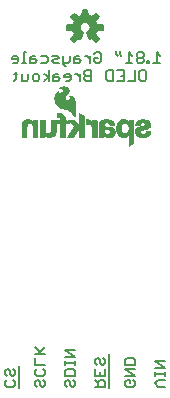
<source format=gbo>
G75*
%MOIN*%
%OFA0B0*%
%FSLAX25Y25*%
%IPPOS*%
%LPD*%
%AMOC8*
5,1,8,0,0,1.08239X$1,22.5*
%
%ADD10C,0.00600*%
%ADD11C,0.00300*%
%ADD12C,0.00591*%
D10*
X0176633Y0060867D02*
X0176633Y0062001D01*
X0177200Y0062569D01*
X0177200Y0063983D02*
X0176633Y0064550D01*
X0176633Y0065685D01*
X0177200Y0066252D01*
X0177768Y0066252D01*
X0178335Y0065685D01*
X0178335Y0064550D01*
X0178902Y0063983D01*
X0179469Y0063983D01*
X0180036Y0064550D01*
X0180036Y0065685D01*
X0179469Y0066252D01*
X0181233Y0067366D02*
X0181233Y0060000D01*
X0180036Y0060867D02*
X0179469Y0060300D01*
X0177200Y0060300D01*
X0176633Y0060867D01*
X0179469Y0062569D02*
X0180036Y0062001D01*
X0180036Y0060867D01*
X0186633Y0060867D02*
X0187200Y0060300D01*
X0186633Y0060867D02*
X0186633Y0062001D01*
X0187200Y0062569D01*
X0187768Y0062569D01*
X0188335Y0062001D01*
X0188335Y0060867D01*
X0188902Y0060300D01*
X0189469Y0060300D01*
X0190036Y0060867D01*
X0190036Y0062001D01*
X0189469Y0062569D01*
X0189469Y0063983D02*
X0187200Y0063983D01*
X0186633Y0064550D01*
X0186633Y0065685D01*
X0187200Y0066252D01*
X0186633Y0067666D02*
X0186633Y0069935D01*
X0186633Y0071349D02*
X0190036Y0071349D01*
X0188335Y0071917D02*
X0186633Y0073618D01*
X0187768Y0071349D02*
X0190036Y0073618D01*
X0190036Y0067666D02*
X0186633Y0067666D01*
X0189469Y0066252D02*
X0190036Y0065685D01*
X0190036Y0064550D01*
X0189469Y0063983D01*
X0196633Y0063983D02*
X0196633Y0065685D01*
X0197200Y0066252D01*
X0199469Y0066252D01*
X0200036Y0065685D01*
X0200036Y0063983D01*
X0196633Y0063983D01*
X0197200Y0062569D02*
X0196633Y0062001D01*
X0196633Y0060867D01*
X0197200Y0060300D01*
X0198335Y0060867D02*
X0198335Y0062001D01*
X0197768Y0062569D01*
X0197200Y0062569D01*
X0198335Y0060867D02*
X0198902Y0060300D01*
X0199469Y0060300D01*
X0200036Y0060867D01*
X0200036Y0062001D01*
X0199469Y0062569D01*
X0200036Y0067666D02*
X0200036Y0068801D01*
X0200036Y0068233D02*
X0196633Y0068233D01*
X0196633Y0067666D02*
X0196633Y0068801D01*
X0196633Y0070122D02*
X0200036Y0070122D01*
X0196633Y0072390D01*
X0200036Y0072390D01*
X0206633Y0069368D02*
X0206633Y0068233D01*
X0207200Y0067666D01*
X0208335Y0068233D02*
X0208335Y0069368D01*
X0207768Y0069935D01*
X0207200Y0069935D01*
X0206633Y0069368D01*
X0208335Y0068233D02*
X0208902Y0067666D01*
X0209469Y0067666D01*
X0210036Y0068233D01*
X0210036Y0069368D01*
X0209469Y0069935D01*
X0211233Y0071049D02*
X0211233Y0060000D01*
X0210036Y0060300D02*
X0210036Y0062001D01*
X0209469Y0062569D01*
X0208335Y0062569D01*
X0207768Y0062001D01*
X0207768Y0060300D01*
X0207768Y0061434D02*
X0206633Y0062569D01*
X0206633Y0063983D02*
X0206633Y0066252D01*
X0208335Y0065117D02*
X0208335Y0063983D01*
X0210036Y0063983D02*
X0206633Y0063983D01*
X0210036Y0063983D02*
X0210036Y0066252D01*
X0210036Y0060300D02*
X0206633Y0060300D01*
X0216633Y0060867D02*
X0216633Y0062001D01*
X0217200Y0062569D01*
X0218335Y0062569D01*
X0218335Y0061434D01*
X0219469Y0060300D02*
X0217200Y0060300D01*
X0216633Y0060867D01*
X0219469Y0060300D02*
X0220036Y0060867D01*
X0220036Y0062001D01*
X0219469Y0062569D01*
X0220036Y0063983D02*
X0216633Y0066252D01*
X0220036Y0066252D01*
X0220036Y0067666D02*
X0220036Y0069368D01*
X0219469Y0069935D01*
X0217200Y0069935D01*
X0216633Y0069368D01*
X0216633Y0067666D01*
X0220036Y0067666D01*
X0220036Y0063983D02*
X0216633Y0063983D01*
X0226633Y0063983D02*
X0226633Y0065117D01*
X0226633Y0064550D02*
X0230036Y0064550D01*
X0230036Y0063983D02*
X0230036Y0065117D01*
X0230036Y0066439D02*
X0226633Y0068707D01*
X0230036Y0068707D01*
X0230036Y0066439D02*
X0226633Y0066439D01*
X0227768Y0062569D02*
X0230036Y0062569D01*
X0227768Y0062569D02*
X0226633Y0061434D01*
X0227768Y0060300D01*
X0230036Y0060300D01*
X0223179Y0162300D02*
X0222045Y0162300D01*
X0221477Y0162867D01*
X0221477Y0165136D01*
X0222045Y0165703D01*
X0223179Y0165703D01*
X0223746Y0165136D01*
X0223746Y0162867D01*
X0223179Y0162300D01*
X0220063Y0162300D02*
X0217794Y0162300D01*
X0216380Y0162300D02*
X0214111Y0162300D01*
X0212697Y0162300D02*
X0210995Y0162300D01*
X0210428Y0162867D01*
X0210428Y0165136D01*
X0210995Y0165703D01*
X0212697Y0165703D01*
X0212697Y0162300D01*
X0215245Y0164001D02*
X0216380Y0164001D01*
X0216380Y0162300D02*
X0216380Y0165703D01*
X0214111Y0165703D01*
X0216874Y0168300D02*
X0219142Y0168300D01*
X0218008Y0168300D02*
X0218008Y0171703D01*
X0219142Y0170569D01*
X0220557Y0170569D02*
X0221124Y0170001D01*
X0222258Y0170001D01*
X0222825Y0170569D01*
X0222825Y0171136D01*
X0222258Y0171703D01*
X0221124Y0171703D01*
X0220557Y0171136D01*
X0220557Y0170569D01*
X0221124Y0170001D02*
X0220557Y0169434D01*
X0220557Y0168867D01*
X0221124Y0168300D01*
X0222258Y0168300D01*
X0222825Y0168867D01*
X0222825Y0169434D01*
X0222258Y0170001D01*
X0224100Y0168867D02*
X0224100Y0168300D01*
X0224667Y0168300D01*
X0224667Y0168867D01*
X0224100Y0168867D01*
X0226081Y0168300D02*
X0228350Y0168300D01*
X0227216Y0168300D02*
X0227216Y0171703D01*
X0228350Y0170569D01*
X0220063Y0165703D02*
X0220063Y0162300D01*
X0215459Y0170569D02*
X0214892Y0171136D01*
X0214892Y0172270D01*
X0213758Y0172270D02*
X0213758Y0171136D01*
X0214325Y0170569D01*
X0208707Y0171136D02*
X0208707Y0168867D01*
X0208139Y0168300D01*
X0207005Y0168300D01*
X0206438Y0168867D01*
X0206438Y0170001D01*
X0207572Y0170001D01*
X0206438Y0171136D02*
X0207005Y0171703D01*
X0208139Y0171703D01*
X0208707Y0171136D01*
X0205023Y0170569D02*
X0205023Y0168300D01*
X0205023Y0169434D02*
X0203889Y0170569D01*
X0203322Y0170569D01*
X0201387Y0170569D02*
X0200253Y0170569D01*
X0199686Y0170001D01*
X0199686Y0168300D01*
X0201387Y0168300D01*
X0201954Y0168867D01*
X0201387Y0169434D01*
X0199686Y0169434D01*
X0198271Y0168867D02*
X0197704Y0168300D01*
X0196002Y0168300D01*
X0196002Y0167733D02*
X0196570Y0167166D01*
X0197137Y0167166D01*
X0196002Y0167733D02*
X0196002Y0170569D01*
X0194588Y0170001D02*
X0194021Y0170569D01*
X0192319Y0170569D01*
X0192886Y0169434D02*
X0194021Y0169434D01*
X0194588Y0170001D01*
X0194588Y0168300D02*
X0192886Y0168300D01*
X0192319Y0168867D01*
X0192886Y0169434D01*
X0190905Y0168867D02*
X0190338Y0168300D01*
X0188636Y0168300D01*
X0187222Y0168867D02*
X0186654Y0169434D01*
X0184953Y0169434D01*
X0184953Y0170001D02*
X0184953Y0168300D01*
X0186654Y0168300D01*
X0187222Y0168867D01*
X0186654Y0170569D02*
X0185520Y0170569D01*
X0184953Y0170001D01*
X0183538Y0168300D02*
X0182404Y0168300D01*
X0182971Y0168300D02*
X0182971Y0171703D01*
X0183538Y0171703D01*
X0181083Y0170001D02*
X0180516Y0170569D01*
X0179382Y0170569D01*
X0178814Y0170001D01*
X0178814Y0169434D01*
X0181083Y0169434D01*
X0181083Y0168867D02*
X0181083Y0170001D01*
X0181083Y0168867D02*
X0180516Y0168300D01*
X0179382Y0168300D01*
X0180209Y0165136D02*
X0180209Y0162867D01*
X0179642Y0162300D01*
X0179642Y0164569D02*
X0180776Y0164569D01*
X0182191Y0164569D02*
X0182191Y0162300D01*
X0183892Y0162300D01*
X0184459Y0162867D01*
X0184459Y0164569D01*
X0185874Y0164001D02*
X0185874Y0162867D01*
X0186441Y0162300D01*
X0187575Y0162300D01*
X0188142Y0162867D01*
X0188142Y0164001D01*
X0187575Y0164569D01*
X0186441Y0164569D01*
X0185874Y0164001D01*
X0189510Y0164569D02*
X0191212Y0163434D01*
X0189510Y0162300D01*
X0191212Y0162300D02*
X0191212Y0165703D01*
X0192626Y0164001D02*
X0192626Y0162300D01*
X0194328Y0162300D01*
X0194895Y0162867D01*
X0194328Y0163434D01*
X0192626Y0163434D01*
X0192626Y0164001D02*
X0193193Y0164569D01*
X0194328Y0164569D01*
X0196309Y0164001D02*
X0196309Y0163434D01*
X0198578Y0163434D01*
X0198578Y0162867D02*
X0198578Y0164001D01*
X0198011Y0164569D01*
X0196876Y0164569D01*
X0196309Y0164001D01*
X0196876Y0162300D02*
X0198011Y0162300D01*
X0198578Y0162867D01*
X0199946Y0164569D02*
X0200513Y0164569D01*
X0201647Y0163434D01*
X0201647Y0162300D02*
X0201647Y0164569D01*
X0203062Y0164569D02*
X0203629Y0164001D01*
X0205330Y0164001D01*
X0205330Y0162300D02*
X0205330Y0165703D01*
X0203629Y0165703D01*
X0203062Y0165136D01*
X0203062Y0164569D01*
X0203629Y0164001D02*
X0203062Y0163434D01*
X0203062Y0162867D01*
X0203629Y0162300D01*
X0205330Y0162300D01*
X0198271Y0168867D02*
X0198271Y0170569D01*
X0190905Y0170001D02*
X0190905Y0168867D01*
X0190905Y0170001D02*
X0190338Y0170569D01*
X0188636Y0170569D01*
D11*
X0194983Y0160079D02*
X0195219Y0160197D01*
X0195534Y0160315D01*
X0195888Y0160433D01*
X0196282Y0160433D01*
X0196715Y0160354D01*
X0197148Y0160118D01*
X0197503Y0159803D01*
X0197699Y0159528D01*
X0197818Y0159173D01*
X0197818Y0158858D01*
X0197739Y0158504D01*
X0197542Y0158150D01*
X0197266Y0157835D01*
X0196951Y0157480D01*
X0196676Y0157165D01*
X0196558Y0156890D01*
X0196558Y0156614D01*
X0196636Y0156378D01*
X0196794Y0156181D01*
X0197030Y0156024D01*
X0197345Y0155945D01*
X0197660Y0155945D01*
X0197857Y0155984D01*
X0198054Y0156063D01*
X0198172Y0156142D01*
X0198290Y0156260D01*
X0198369Y0156417D01*
X0198408Y0156535D01*
X0198408Y0156654D01*
X0198369Y0156772D01*
X0198290Y0156890D01*
X0198211Y0156969D01*
X0198133Y0157047D01*
X0198014Y0157087D01*
X0197936Y0157126D01*
X0197857Y0157165D01*
X0197818Y0157205D01*
X0197896Y0157244D01*
X0197975Y0157244D01*
X0198133Y0157283D01*
X0198448Y0157283D01*
X0198684Y0157244D01*
X0198881Y0157165D01*
X0199077Y0157087D01*
X0199235Y0156969D01*
X0199432Y0156850D01*
X0199550Y0156654D01*
X0199668Y0156417D01*
X0199747Y0156181D01*
X0199786Y0155827D01*
X0199825Y0155472D01*
X0199825Y0150433D01*
X0199786Y0150433D01*
X0199707Y0150551D01*
X0199589Y0150669D01*
X0199471Y0150827D01*
X0199274Y0151024D01*
X0199077Y0151260D01*
X0198841Y0151496D01*
X0198644Y0151772D01*
X0198369Y0152047D01*
X0198133Y0152283D01*
X0197936Y0152520D01*
X0197739Y0152677D01*
X0197542Y0152835D01*
X0197345Y0152953D01*
X0197109Y0152992D01*
X0196361Y0152992D01*
X0195888Y0153071D01*
X0195455Y0153189D01*
X0195062Y0153346D01*
X0194668Y0153583D01*
X0194353Y0153858D01*
X0194038Y0154173D01*
X0193762Y0154528D01*
X0193369Y0155236D01*
X0193172Y0155945D01*
X0193133Y0156654D01*
X0193251Y0157283D01*
X0193448Y0157835D01*
X0193723Y0158307D01*
X0194038Y0158661D01*
X0194353Y0158819D01*
X0194353Y0158504D01*
X0194392Y0158386D01*
X0194432Y0158268D01*
X0194550Y0158189D01*
X0194668Y0158150D01*
X0194944Y0158150D01*
X0195101Y0158228D01*
X0195259Y0158307D01*
X0195377Y0158386D01*
X0195534Y0158504D01*
X0195652Y0158583D01*
X0195770Y0158701D01*
X0195849Y0158858D01*
X0195928Y0158976D01*
X0195967Y0159134D01*
X0196007Y0159252D01*
X0195967Y0159370D01*
X0195928Y0159449D01*
X0195888Y0159567D01*
X0195810Y0159685D01*
X0195652Y0159803D01*
X0195495Y0159882D01*
X0195298Y0159921D01*
X0195140Y0159961D01*
X0195022Y0159961D01*
X0194904Y0159921D01*
X0194786Y0159921D01*
X0194825Y0159961D01*
X0194983Y0160079D01*
X0195127Y0160151D02*
X0197089Y0160151D01*
X0197447Y0159852D02*
X0195554Y0159852D01*
X0195893Y0159554D02*
X0197681Y0159554D01*
X0197790Y0159255D02*
X0196005Y0159255D01*
X0195915Y0158957D02*
X0197818Y0158957D01*
X0197773Y0158658D02*
X0195728Y0158658D01*
X0195337Y0158360D02*
X0197659Y0158360D01*
X0197465Y0158061D02*
X0193580Y0158061D01*
X0193422Y0157763D02*
X0197202Y0157763D01*
X0196937Y0157464D02*
X0193315Y0157464D01*
X0193229Y0157166D02*
X0196676Y0157166D01*
X0196558Y0156867D02*
X0193173Y0156867D01*
X0193137Y0156569D02*
X0196573Y0156569D01*
X0196723Y0156270D02*
X0193154Y0156270D01*
X0193170Y0155972D02*
X0197239Y0155972D01*
X0197793Y0155972D02*
X0199770Y0155972D01*
X0199803Y0155673D02*
X0193247Y0155673D01*
X0193330Y0155374D02*
X0199825Y0155374D01*
X0199825Y0155076D02*
X0193458Y0155076D01*
X0193624Y0154777D02*
X0199825Y0154777D01*
X0199825Y0154479D02*
X0193800Y0154479D01*
X0194032Y0154180D02*
X0199825Y0154180D01*
X0199825Y0153882D02*
X0194329Y0153882D01*
X0194667Y0153583D02*
X0199825Y0153583D01*
X0199825Y0153285D02*
X0195216Y0153285D01*
X0195101Y0151378D02*
X0193959Y0151378D01*
X0193881Y0151339D01*
X0193881Y0150236D01*
X0194550Y0150236D01*
X0194707Y0150197D01*
X0194786Y0150157D01*
X0194865Y0150118D01*
X0194944Y0150000D01*
X0194983Y0149921D01*
X0194983Y0149764D01*
X0195022Y0149606D01*
X0195022Y0149291D01*
X0193959Y0149291D01*
X0193959Y0148268D01*
X0195022Y0148268D01*
X0195022Y0143701D01*
X0196518Y0143701D01*
X0196518Y0147677D01*
X0196518Y0148268D01*
X0198054Y0148268D01*
X0197896Y0148386D01*
X0197778Y0148504D01*
X0197660Y0148622D01*
X0197503Y0148780D01*
X0197385Y0148898D01*
X0197266Y0149016D01*
X0197109Y0149134D01*
X0196991Y0149291D01*
X0196518Y0149291D01*
X0196518Y0150079D01*
X0196400Y0150394D01*
X0196282Y0150669D01*
X0196085Y0150906D01*
X0195810Y0151102D01*
X0195495Y0151260D01*
X0195101Y0151378D01*
X0195624Y0151195D02*
X0193881Y0151195D01*
X0193881Y0150897D02*
X0196093Y0150897D01*
X0196313Y0150598D02*
X0193881Y0150598D01*
X0193881Y0150300D02*
X0196435Y0150300D01*
X0196518Y0150001D02*
X0194943Y0150001D01*
X0194998Y0149703D02*
X0196518Y0149703D01*
X0196518Y0149404D02*
X0195022Y0149404D01*
X0193959Y0149106D02*
X0197146Y0149106D01*
X0197475Y0148807D02*
X0193959Y0148807D01*
X0193959Y0148509D02*
X0197773Y0148509D01*
X0198193Y0148807D02*
X0199976Y0148807D01*
X0200262Y0148509D02*
X0198497Y0148509D01*
X0198801Y0148210D02*
X0200549Y0148210D01*
X0200836Y0147912D02*
X0199106Y0147912D01*
X0199410Y0147613D02*
X0201123Y0147613D01*
X0201440Y0147613D02*
X0202975Y0147613D01*
X0202975Y0147315D02*
X0201440Y0147315D01*
X0201410Y0147315D02*
X0199714Y0147315D01*
X0199786Y0147244D02*
X0197463Y0143701D01*
X0199314Y0143701D01*
X0200849Y0146181D01*
X0201440Y0145630D01*
X0201440Y0143701D01*
X0202975Y0143701D01*
X0202975Y0150551D01*
X0201440Y0151378D01*
X0201440Y0147283D01*
X0199510Y0149291D01*
X0197699Y0149291D01*
X0199786Y0147244D01*
X0199637Y0147016D02*
X0202975Y0147016D01*
X0202975Y0146718D02*
X0199441Y0146718D01*
X0199245Y0146419D02*
X0202975Y0146419D01*
X0202975Y0146121D02*
X0200914Y0146121D01*
X0200812Y0146121D02*
X0199050Y0146121D01*
X0198854Y0145822D02*
X0200627Y0145822D01*
X0200442Y0145524D02*
X0198658Y0145524D01*
X0198463Y0145225D02*
X0200257Y0145225D01*
X0200072Y0144927D02*
X0198267Y0144927D01*
X0198071Y0144628D02*
X0199888Y0144628D01*
X0199703Y0144330D02*
X0197875Y0144330D01*
X0197680Y0144031D02*
X0199518Y0144031D01*
X0199333Y0143733D02*
X0197484Y0143733D01*
X0196518Y0143733D02*
X0195022Y0143733D01*
X0195022Y0144031D02*
X0196518Y0144031D01*
X0196518Y0144330D02*
X0195022Y0144330D01*
X0195022Y0144628D02*
X0196518Y0144628D01*
X0196518Y0144927D02*
X0195022Y0144927D01*
X0195022Y0145225D02*
X0196518Y0145225D01*
X0196518Y0145524D02*
X0195022Y0145524D01*
X0195022Y0145822D02*
X0196518Y0145822D01*
X0196518Y0146121D02*
X0195022Y0146121D01*
X0195022Y0146419D02*
X0196518Y0146419D01*
X0196518Y0146718D02*
X0195022Y0146718D01*
X0195022Y0147016D02*
X0196518Y0147016D01*
X0196518Y0147315D02*
X0195022Y0147315D01*
X0195022Y0147613D02*
X0196518Y0147613D01*
X0196518Y0147912D02*
X0195022Y0147912D01*
X0195022Y0148210D02*
X0196518Y0148210D01*
X0197889Y0149106D02*
X0199689Y0149106D01*
X0199660Y0150598D02*
X0199825Y0150598D01*
X0199825Y0150897D02*
X0199401Y0150897D01*
X0199131Y0151195D02*
X0199825Y0151195D01*
X0199825Y0151494D02*
X0198843Y0151494D01*
X0198624Y0151792D02*
X0199825Y0151792D01*
X0199825Y0152091D02*
X0198325Y0152091D01*
X0198044Y0152389D02*
X0199825Y0152389D01*
X0199825Y0152688D02*
X0197725Y0152688D01*
X0197143Y0152986D02*
X0199825Y0152986D01*
X0201440Y0151195D02*
X0201779Y0151195D01*
X0201440Y0150897D02*
X0202333Y0150897D01*
X0202888Y0150598D02*
X0201440Y0150598D01*
X0201440Y0150300D02*
X0202975Y0150300D01*
X0202975Y0150001D02*
X0201440Y0150001D01*
X0201440Y0149703D02*
X0202975Y0149703D01*
X0202975Y0149404D02*
X0201440Y0149404D01*
X0201440Y0149106D02*
X0202975Y0149106D01*
X0202975Y0148807D02*
X0201440Y0148807D01*
X0201440Y0148509D02*
X0202975Y0148509D01*
X0202975Y0148210D02*
X0201440Y0148210D01*
X0201440Y0147912D02*
X0202975Y0147912D01*
X0203566Y0147953D02*
X0203605Y0147953D01*
X0203684Y0147992D01*
X0204117Y0147992D01*
X0204510Y0147953D01*
X0204825Y0147874D01*
X0205101Y0147717D01*
X0205298Y0147480D01*
X0205455Y0147205D01*
X0205534Y0146929D01*
X0205613Y0146575D01*
X0205613Y0143701D01*
X0207148Y0143701D01*
X0207148Y0148346D01*
X0207148Y0149016D01*
X0206951Y0149055D01*
X0206794Y0149094D01*
X0206597Y0149094D01*
X0206400Y0149134D01*
X0206243Y0149173D01*
X0206046Y0149213D01*
X0205849Y0149252D01*
X0205692Y0149291D01*
X0205692Y0148228D01*
X0205534Y0148504D01*
X0205377Y0148701D01*
X0205180Y0148937D01*
X0204983Y0149094D01*
X0204707Y0149252D01*
X0204471Y0149331D01*
X0204196Y0149409D01*
X0203644Y0149409D01*
X0203605Y0149370D01*
X0203566Y0149370D01*
X0203566Y0147953D01*
X0203566Y0148210D02*
X0207148Y0148210D01*
X0207148Y0147912D02*
X0204675Y0147912D01*
X0205187Y0147613D02*
X0207148Y0147613D01*
X0207148Y0147315D02*
X0205393Y0147315D01*
X0205509Y0147016D02*
X0207148Y0147016D01*
X0207148Y0146718D02*
X0205581Y0146718D01*
X0205613Y0146419D02*
X0207148Y0146419D01*
X0207148Y0146121D02*
X0205613Y0146121D01*
X0205613Y0145822D02*
X0207148Y0145822D01*
X0207148Y0145524D02*
X0205613Y0145524D01*
X0205613Y0145225D02*
X0207148Y0145225D01*
X0207148Y0144927D02*
X0205613Y0144927D01*
X0205613Y0144628D02*
X0207148Y0144628D01*
X0207148Y0144330D02*
X0205613Y0144330D01*
X0205613Y0144031D02*
X0207148Y0144031D01*
X0207148Y0143733D02*
X0205613Y0143733D01*
X0207818Y0143733D02*
X0209353Y0143733D01*
X0209353Y0143740D02*
X0209392Y0143780D01*
X0209392Y0143819D01*
X0209432Y0143858D01*
X0209432Y0143976D01*
X0209471Y0144016D01*
X0209471Y0144252D01*
X0209550Y0144134D01*
X0209668Y0144055D01*
X0209747Y0143976D01*
X0209865Y0143898D01*
X0209983Y0143858D01*
X0210101Y0143780D01*
X0210219Y0143740D01*
X0210337Y0143701D01*
X0210455Y0143661D01*
X0210573Y0143622D01*
X0210692Y0143622D01*
X0210810Y0143583D01*
X0210967Y0143583D01*
X0211085Y0143543D01*
X0211518Y0143543D01*
X0211715Y0143583D01*
X0211912Y0143583D01*
X0212070Y0143622D01*
X0212266Y0143701D01*
X0212424Y0143780D01*
X0212542Y0143858D01*
X0212699Y0143937D01*
X0212818Y0144055D01*
X0212896Y0144173D01*
X0213014Y0144331D01*
X0213093Y0144449D01*
X0213133Y0144646D01*
X0213211Y0144803D01*
X0213211Y0145000D01*
X0213251Y0145197D01*
X0213172Y0145630D01*
X0213054Y0145984D01*
X0212896Y0146260D01*
X0212621Y0146496D01*
X0212345Y0146654D01*
X0212030Y0146772D01*
X0211715Y0146850D01*
X0211361Y0146890D01*
X0211046Y0146063D01*
X0211164Y0146024D01*
X0211243Y0145984D01*
X0211282Y0145945D01*
X0211361Y0145906D01*
X0211440Y0145866D01*
X0211479Y0145827D01*
X0211558Y0145787D01*
X0211597Y0145709D01*
X0211636Y0145630D01*
X0211676Y0145551D01*
X0211676Y0145472D01*
X0211715Y0145394D01*
X0211715Y0145197D01*
X0211676Y0145079D01*
X0211676Y0145000D01*
X0211636Y0144921D01*
X0211597Y0144882D01*
X0211558Y0144803D01*
X0211479Y0144764D01*
X0211440Y0144724D01*
X0211361Y0144685D01*
X0211282Y0144646D01*
X0211203Y0144646D01*
X0211125Y0144606D01*
X0211046Y0144606D01*
X0210967Y0144567D01*
X0210770Y0144567D01*
X0210573Y0144606D01*
X0210377Y0144606D01*
X0210219Y0144685D01*
X0210062Y0144724D01*
X0209944Y0144803D01*
X0209865Y0144882D01*
X0209786Y0145000D01*
X0209707Y0145079D01*
X0209668Y0145197D01*
X0209629Y0145315D01*
X0209589Y0145394D01*
X0209550Y0145512D01*
X0209550Y0146417D01*
X0209589Y0146378D01*
X0209629Y0146339D01*
X0209707Y0146339D01*
X0209786Y0146299D01*
X0209865Y0146260D01*
X0209944Y0146260D01*
X0210022Y0146220D01*
X0210180Y0146220D01*
X0210377Y0147008D01*
X0210101Y0147087D01*
X0209865Y0147165D01*
X0209668Y0147283D01*
X0209550Y0147441D01*
X0209550Y0147874D01*
X0209589Y0147953D01*
X0209629Y0148031D01*
X0209668Y0148110D01*
X0209707Y0148150D01*
X0209747Y0148228D01*
X0209825Y0148268D01*
X0209904Y0148307D01*
X0209983Y0148346D01*
X0210062Y0148346D01*
X0210140Y0148386D01*
X0210849Y0148386D01*
X0210928Y0148346D01*
X0211007Y0148307D01*
X0211085Y0148268D01*
X0211164Y0148228D01*
X0211243Y0148189D01*
X0211282Y0148150D01*
X0211361Y0148071D01*
X0211400Y0148031D01*
X0211440Y0147953D01*
X0211479Y0147835D01*
X0211518Y0147756D01*
X0211518Y0147559D01*
X0213054Y0147559D01*
X0213014Y0147795D01*
X0212975Y0148031D01*
X0212896Y0148268D01*
X0212778Y0148425D01*
X0212660Y0148622D01*
X0212542Y0148780D01*
X0212385Y0148898D01*
X0212188Y0149016D01*
X0211991Y0149134D01*
X0211794Y0149213D01*
X0211597Y0149252D01*
X0211361Y0149331D01*
X0211125Y0149370D01*
X0210928Y0149409D01*
X0210022Y0149409D01*
X0209825Y0149370D01*
X0209589Y0149370D01*
X0209392Y0149331D01*
X0209196Y0149252D01*
X0208999Y0149213D01*
X0208802Y0149134D01*
X0208644Y0149016D01*
X0208487Y0148898D01*
X0208329Y0148780D01*
X0208211Y0148622D01*
X0208133Y0148465D01*
X0208054Y0148268D01*
X0208014Y0148071D01*
X0208014Y0144646D01*
X0207975Y0144567D01*
X0207975Y0144213D01*
X0207936Y0144134D01*
X0207936Y0144055D01*
X0207896Y0143976D01*
X0207896Y0143858D01*
X0207857Y0143780D01*
X0207818Y0143740D01*
X0207818Y0143701D01*
X0209353Y0143701D01*
X0209353Y0143740D01*
X0209471Y0144031D02*
X0207924Y0144031D01*
X0207975Y0144330D02*
X0213014Y0144330D01*
X0213129Y0144628D02*
X0211168Y0144628D01*
X0211639Y0144927D02*
X0213211Y0144927D01*
X0213246Y0145225D02*
X0211715Y0145225D01*
X0211676Y0145524D02*
X0213191Y0145524D01*
X0213108Y0145822D02*
X0211488Y0145822D01*
X0211046Y0146063D02*
X0211361Y0146890D01*
X0211007Y0146929D01*
X0210652Y0146969D01*
X0210377Y0147008D01*
X0210180Y0146220D01*
X0210259Y0146181D01*
X0210337Y0146181D01*
X0210455Y0146142D01*
X0210613Y0146142D01*
X0210731Y0146102D01*
X0210888Y0146102D01*
X0210967Y0146063D01*
X0211046Y0146063D01*
X0211068Y0146121D02*
X0212976Y0146121D01*
X0212710Y0146419D02*
X0211182Y0146419D01*
X0210229Y0146419D01*
X0208014Y0146419D01*
X0208014Y0146121D02*
X0209550Y0146121D01*
X0209550Y0145822D02*
X0208014Y0145822D01*
X0208014Y0145524D02*
X0209550Y0145524D01*
X0209659Y0145225D02*
X0208014Y0145225D01*
X0208014Y0144927D02*
X0209835Y0144927D01*
X0210333Y0144628D02*
X0208006Y0144628D01*
X0209692Y0144031D02*
X0212794Y0144031D01*
X0212330Y0143733D02*
X0210242Y0143733D01*
X0210676Y0146121D02*
X0211068Y0146121D01*
X0211295Y0146718D02*
X0210304Y0146718D01*
X0208014Y0146718D01*
X0208014Y0147016D02*
X0210348Y0147016D01*
X0209645Y0147315D02*
X0208014Y0147315D01*
X0208014Y0147613D02*
X0209550Y0147613D01*
X0209569Y0147912D02*
X0208014Y0147912D01*
X0208042Y0148210D02*
X0209738Y0148210D01*
X0209996Y0149404D02*
X0210954Y0149404D01*
X0212038Y0149106D02*
X0208764Y0149106D01*
X0208366Y0148807D02*
X0212505Y0148807D01*
X0212728Y0148509D02*
X0208155Y0148509D01*
X0207148Y0148509D02*
X0205692Y0148509D01*
X0205530Y0148509D02*
X0203566Y0148509D01*
X0203566Y0148807D02*
X0205288Y0148807D01*
X0205692Y0148807D02*
X0207148Y0148807D01*
X0206541Y0149106D02*
X0205692Y0149106D01*
X0204963Y0149106D02*
X0203566Y0149106D01*
X0203639Y0149404D02*
X0204214Y0149404D01*
X0202975Y0145822D02*
X0201234Y0145822D01*
X0201440Y0145524D02*
X0202975Y0145524D01*
X0202975Y0145225D02*
X0201440Y0145225D01*
X0201440Y0144927D02*
X0202975Y0144927D01*
X0202975Y0144628D02*
X0201440Y0144628D01*
X0201440Y0144330D02*
X0202975Y0144330D01*
X0202975Y0144031D02*
X0201440Y0144031D01*
X0201440Y0143733D02*
X0202975Y0143733D01*
X0211295Y0146718D02*
X0212174Y0146718D01*
X0211518Y0147613D02*
X0213045Y0147613D01*
X0212995Y0147912D02*
X0211453Y0147912D01*
X0211200Y0148210D02*
X0212915Y0148210D01*
X0213950Y0147912D02*
X0215657Y0147912D01*
X0215692Y0147953D02*
X0215928Y0148110D01*
X0216203Y0148228D01*
X0216558Y0148268D01*
X0216873Y0148228D01*
X0217188Y0148110D01*
X0217385Y0147953D01*
X0217581Y0147717D01*
X0217699Y0147441D01*
X0217818Y0147126D01*
X0217857Y0146811D01*
X0217857Y0146142D01*
X0217778Y0145827D01*
X0217699Y0145512D01*
X0217581Y0145236D01*
X0217385Y0145039D01*
X0217148Y0144843D01*
X0216873Y0144764D01*
X0216518Y0144724D01*
X0216203Y0144764D01*
X0215888Y0144843D01*
X0215652Y0145039D01*
X0215495Y0145236D01*
X0215377Y0145512D01*
X0214038Y0144882D01*
X0214274Y0144449D01*
X0214629Y0144094D01*
X0215062Y0143780D01*
X0215534Y0143622D01*
X0216125Y0143543D01*
X0216361Y0143583D01*
X0216597Y0143622D01*
X0216833Y0143661D01*
X0217070Y0143780D01*
X0217266Y0143898D01*
X0217463Y0144016D01*
X0217621Y0144213D01*
X0217778Y0144409D01*
X0217818Y0144409D01*
X0217818Y0140394D01*
X0217975Y0140551D01*
X0218172Y0140748D01*
X0218369Y0140906D01*
X0218566Y0141063D01*
X0218762Y0141220D01*
X0218959Y0141417D01*
X0219117Y0141575D01*
X0219314Y0141732D01*
X0219314Y0149016D01*
X0219156Y0149055D01*
X0218959Y0149094D01*
X0218762Y0149094D01*
X0218605Y0149134D01*
X0218408Y0149173D01*
X0218251Y0149213D01*
X0218054Y0149252D01*
X0217857Y0149291D01*
X0217857Y0148583D01*
X0217699Y0148780D01*
X0217542Y0148937D01*
X0217345Y0149094D01*
X0217148Y0149213D01*
X0216951Y0149331D01*
X0216715Y0149370D01*
X0216479Y0149409D01*
X0216203Y0149409D01*
X0215613Y0149370D01*
X0215062Y0149173D01*
X0214629Y0148898D01*
X0214274Y0148504D01*
X0213999Y0148071D01*
X0213841Y0147559D01*
X0213723Y0147008D01*
X0213684Y0146417D01*
X0215219Y0146457D01*
X0215219Y0146811D01*
X0215259Y0147126D01*
X0215377Y0147441D01*
X0215495Y0147717D01*
X0215692Y0147953D01*
X0215450Y0147613D02*
X0213858Y0147613D01*
X0213789Y0147315D02*
X0215329Y0147315D01*
X0215245Y0147016D02*
X0213725Y0147016D01*
X0213704Y0146718D02*
X0215219Y0146718D01*
X0215219Y0146457D02*
X0213684Y0146417D01*
X0213723Y0145866D01*
X0213841Y0145354D01*
X0214038Y0144882D01*
X0215377Y0145512D01*
X0215259Y0145827D01*
X0215219Y0146142D01*
X0215219Y0146457D01*
X0215219Y0146419D02*
X0213755Y0146419D01*
X0213684Y0146419D01*
X0213705Y0146121D02*
X0215222Y0146121D01*
X0215260Y0145822D02*
X0213733Y0145822D01*
X0213802Y0145524D02*
X0215372Y0145524D01*
X0215504Y0145225D02*
X0214767Y0145225D01*
X0213895Y0145225D01*
X0214019Y0144927D02*
X0214133Y0144927D01*
X0215788Y0144927D01*
X0215203Y0143733D02*
X0216976Y0143733D01*
X0217476Y0144031D02*
X0214716Y0144031D01*
X0214394Y0144330D02*
X0217714Y0144330D01*
X0217818Y0144330D02*
X0219314Y0144330D01*
X0219314Y0144628D02*
X0214176Y0144628D01*
X0217249Y0144927D02*
X0219314Y0144927D01*
X0219314Y0145225D02*
X0217570Y0145225D01*
X0217702Y0145524D02*
X0219314Y0145524D01*
X0219314Y0145822D02*
X0217777Y0145822D01*
X0217852Y0146121D02*
X0219314Y0146121D01*
X0219314Y0146419D02*
X0217857Y0146419D01*
X0217857Y0146718D02*
X0219314Y0146718D01*
X0219314Y0147016D02*
X0217831Y0147016D01*
X0217747Y0147315D02*
X0219314Y0147315D01*
X0219314Y0147613D02*
X0217626Y0147613D01*
X0217419Y0147912D02*
X0219314Y0147912D01*
X0219314Y0148210D02*
X0216921Y0148210D01*
X0216161Y0148210D02*
X0214087Y0148210D01*
X0214279Y0148509D02*
X0219314Y0148509D01*
X0219314Y0148807D02*
X0217857Y0148807D01*
X0217672Y0148807D02*
X0214547Y0148807D01*
X0214956Y0149106D02*
X0217326Y0149106D01*
X0217857Y0149106D02*
X0218717Y0149106D01*
X0220230Y0148210D02*
X0221846Y0148210D01*
X0221873Y0148228D02*
X0222030Y0148307D01*
X0222227Y0148386D01*
X0222896Y0148386D01*
X0223014Y0148346D01*
X0223172Y0148307D01*
X0223290Y0148268D01*
X0223369Y0148150D01*
X0223448Y0148031D01*
X0223448Y0147874D01*
X0223408Y0147717D01*
X0223290Y0147559D01*
X0223133Y0147441D01*
X0222896Y0147323D01*
X0222660Y0147244D01*
X0222345Y0147205D01*
X0222030Y0147126D01*
X0221715Y0147047D01*
X0221400Y0146969D01*
X0221046Y0146890D01*
X0220770Y0146732D01*
X0220495Y0146575D01*
X0220259Y0146378D01*
X0220101Y0146142D01*
X0219983Y0145866D01*
X0219944Y0145512D01*
X0220022Y0145000D01*
X0220180Y0144567D01*
X0220416Y0144252D01*
X0220731Y0143976D01*
X0221125Y0143780D01*
X0221558Y0143661D01*
X0222030Y0143583D01*
X0222503Y0143543D01*
X0222975Y0143583D01*
X0223448Y0143661D01*
X0223881Y0143780D01*
X0224274Y0143976D01*
X0224589Y0144252D01*
X0224865Y0144606D01*
X0225022Y0145000D01*
X0225101Y0145512D01*
X0223841Y0145512D01*
X0223644Y0145512D01*
X0223644Y0145276D01*
X0223566Y0145079D01*
X0223448Y0144921D01*
X0223290Y0144803D01*
X0223133Y0144685D01*
X0222896Y0144646D01*
X0222699Y0144606D01*
X0222463Y0144567D01*
X0222306Y0144606D01*
X0222148Y0144606D01*
X0221991Y0144646D01*
X0221833Y0144724D01*
X0221676Y0144843D01*
X0221558Y0144961D01*
X0221518Y0145118D01*
X0221479Y0145276D01*
X0221518Y0145433D01*
X0221597Y0145591D01*
X0221755Y0145709D01*
X0221951Y0145827D01*
X0222188Y0145906D01*
X0222503Y0145984D01*
X0222818Y0146063D01*
X0223211Y0146142D01*
X0223566Y0146220D01*
X0223881Y0146339D01*
X0224156Y0146457D01*
X0224432Y0146614D01*
X0224668Y0146772D01*
X0224825Y0147008D01*
X0224944Y0147283D01*
X0224983Y0147638D01*
X0224944Y0148110D01*
X0224786Y0148504D01*
X0224510Y0148819D01*
X0224235Y0149055D01*
X0223841Y0149252D01*
X0223448Y0149331D01*
X0223014Y0149409D01*
X0222109Y0149409D01*
X0221676Y0149331D01*
X0221282Y0149213D01*
X0220928Y0149055D01*
X0220613Y0148819D01*
X0220377Y0148504D01*
X0220180Y0148110D01*
X0220101Y0147638D01*
X0221558Y0147638D01*
X0221597Y0147835D01*
X0221676Y0148031D01*
X0221755Y0148150D01*
X0221873Y0148228D01*
X0221628Y0147912D02*
X0220147Y0147912D01*
X0220380Y0148509D02*
X0224782Y0148509D01*
X0224904Y0148210D02*
X0223328Y0148210D01*
X0223448Y0147912D02*
X0224960Y0147912D01*
X0224980Y0147613D02*
X0223331Y0147613D01*
X0222872Y0147315D02*
X0224947Y0147315D01*
X0224829Y0147016D02*
X0221591Y0147016D01*
X0220745Y0146718D02*
X0224587Y0146718D01*
X0224069Y0146419D02*
X0220308Y0146419D01*
X0220092Y0146121D02*
X0223106Y0146121D01*
X0223624Y0145225D02*
X0225057Y0145225D01*
X0224993Y0144927D02*
X0223452Y0144927D01*
X0222808Y0144628D02*
X0224874Y0144628D01*
X0224650Y0144330D02*
X0220358Y0144330D01*
X0220158Y0144628D02*
X0222061Y0144628D01*
X0221592Y0144927D02*
X0220049Y0144927D01*
X0219988Y0145225D02*
X0221492Y0145225D01*
X0221564Y0145524D02*
X0219945Y0145524D01*
X0219978Y0145822D02*
X0221944Y0145822D01*
X0221297Y0143733D02*
X0223708Y0143733D01*
X0224337Y0144031D02*
X0220668Y0144031D01*
X0219314Y0144031D02*
X0217818Y0144031D01*
X0217818Y0143733D02*
X0219314Y0143733D01*
X0219314Y0143434D02*
X0217818Y0143434D01*
X0217818Y0143136D02*
X0219314Y0143136D01*
X0219314Y0142837D02*
X0217818Y0142837D01*
X0217818Y0142539D02*
X0219314Y0142539D01*
X0219314Y0142240D02*
X0217818Y0142240D01*
X0217818Y0141941D02*
X0219314Y0141941D01*
X0219202Y0141643D02*
X0217818Y0141643D01*
X0217818Y0141344D02*
X0218886Y0141344D01*
X0218544Y0141046D02*
X0217818Y0141046D01*
X0217818Y0140747D02*
X0218171Y0140747D01*
X0217873Y0140449D02*
X0217818Y0140449D01*
X0220604Y0148807D02*
X0224521Y0148807D01*
X0224134Y0149106D02*
X0221042Y0149106D01*
X0222080Y0149404D02*
X0223043Y0149404D01*
X0216510Y0149404D02*
X0216126Y0149404D01*
X0199717Y0156270D02*
X0198295Y0156270D01*
X0198408Y0156569D02*
X0199592Y0156569D01*
X0199404Y0156867D02*
X0198305Y0156867D01*
X0197857Y0157166D02*
X0198880Y0157166D01*
X0194401Y0158360D02*
X0193770Y0158360D01*
X0194035Y0158658D02*
X0194353Y0158658D01*
X0193487Y0149291D02*
X0191991Y0149291D01*
X0191991Y0146142D01*
X0191951Y0145827D01*
X0191912Y0145512D01*
X0191873Y0145276D01*
X0191755Y0145118D01*
X0191636Y0144961D01*
X0191440Y0144843D01*
X0191243Y0144803D01*
X0191007Y0144764D01*
X0190692Y0144803D01*
X0190455Y0144843D01*
X0190259Y0144961D01*
X0190101Y0145118D01*
X0189983Y0145354D01*
X0189865Y0145630D01*
X0189825Y0145945D01*
X0189825Y0149291D01*
X0188290Y0149291D01*
X0188290Y0144409D01*
X0188290Y0143701D01*
X0189747Y0143701D01*
X0189747Y0144488D01*
X0189786Y0144488D01*
X0189944Y0144252D01*
X0190101Y0144055D01*
X0190298Y0143898D01*
X0190534Y0143780D01*
X0190731Y0143701D01*
X0190967Y0143622D01*
X0191243Y0143583D01*
X0191479Y0143543D01*
X0192030Y0143583D01*
X0192463Y0143740D01*
X0192818Y0143937D01*
X0193093Y0144173D01*
X0193290Y0144528D01*
X0193408Y0144921D01*
X0193487Y0145354D01*
X0193487Y0149291D01*
X0193487Y0149106D02*
X0191991Y0149106D01*
X0191991Y0148807D02*
X0193487Y0148807D01*
X0193487Y0148509D02*
X0191991Y0148509D01*
X0191991Y0148210D02*
X0193487Y0148210D01*
X0193487Y0147912D02*
X0191991Y0147912D01*
X0191991Y0147613D02*
X0193487Y0147613D01*
X0193487Y0147315D02*
X0191991Y0147315D01*
X0191991Y0147016D02*
X0193487Y0147016D01*
X0193487Y0146718D02*
X0191991Y0146718D01*
X0191991Y0146419D02*
X0193487Y0146419D01*
X0193487Y0146121D02*
X0191988Y0146121D01*
X0191951Y0145822D02*
X0193487Y0145822D01*
X0193487Y0145524D02*
X0191914Y0145524D01*
X0191835Y0145225D02*
X0193463Y0145225D01*
X0193409Y0144927D02*
X0191580Y0144927D01*
X0190315Y0144927D02*
X0188290Y0144927D01*
X0188290Y0145225D02*
X0190048Y0145225D01*
X0189910Y0145524D02*
X0188290Y0145524D01*
X0188290Y0145822D02*
X0189841Y0145822D01*
X0189825Y0146121D02*
X0188290Y0146121D01*
X0188290Y0146419D02*
X0189825Y0146419D01*
X0189825Y0146718D02*
X0188290Y0146718D01*
X0188290Y0147016D02*
X0189825Y0147016D01*
X0189825Y0147315D02*
X0188290Y0147315D01*
X0188290Y0147613D02*
X0189825Y0147613D01*
X0189825Y0147912D02*
X0188290Y0147912D01*
X0188290Y0148210D02*
X0189825Y0148210D01*
X0189825Y0148509D02*
X0188290Y0148509D01*
X0188290Y0148807D02*
X0189825Y0148807D01*
X0189825Y0149106D02*
X0188290Y0149106D01*
X0187463Y0149106D02*
X0186007Y0149106D01*
X0186007Y0149291D02*
X0186007Y0148504D01*
X0185967Y0148504D01*
X0185810Y0148740D01*
X0185652Y0148898D01*
X0185455Y0149055D01*
X0185219Y0149213D01*
X0184983Y0149291D01*
X0184747Y0149370D01*
X0184510Y0149409D01*
X0184274Y0149409D01*
X0183723Y0149370D01*
X0183290Y0149252D01*
X0182936Y0149055D01*
X0182660Y0148780D01*
X0182463Y0148465D01*
X0182345Y0148071D01*
X0182266Y0147638D01*
X0182227Y0147126D01*
X0182227Y0143701D01*
X0183762Y0143701D01*
X0183762Y0146850D01*
X0183802Y0147165D01*
X0183841Y0147441D01*
X0183881Y0147677D01*
X0183999Y0147874D01*
X0184117Y0148031D01*
X0184314Y0148150D01*
X0184510Y0148189D01*
X0184747Y0148228D01*
X0185062Y0148189D01*
X0185298Y0148150D01*
X0185495Y0148031D01*
X0185652Y0147835D01*
X0185770Y0147638D01*
X0185888Y0147362D01*
X0185928Y0147008D01*
X0185928Y0143701D01*
X0187463Y0143701D01*
X0187463Y0148583D01*
X0187463Y0149291D01*
X0186007Y0149291D01*
X0186007Y0148807D02*
X0187463Y0148807D01*
X0187463Y0148509D02*
X0186007Y0148509D01*
X0185964Y0148509D02*
X0182491Y0148509D01*
X0182387Y0148210D02*
X0184638Y0148210D01*
X0184892Y0148210D02*
X0187463Y0148210D01*
X0187463Y0147912D02*
X0185591Y0147912D01*
X0185781Y0147613D02*
X0187463Y0147613D01*
X0187463Y0147315D02*
X0185894Y0147315D01*
X0185927Y0147016D02*
X0187463Y0147016D01*
X0187463Y0146718D02*
X0185928Y0146718D01*
X0185928Y0146419D02*
X0187463Y0146419D01*
X0187463Y0146121D02*
X0185928Y0146121D01*
X0185928Y0145822D02*
X0187463Y0145822D01*
X0187463Y0145524D02*
X0185928Y0145524D01*
X0185928Y0145225D02*
X0187463Y0145225D01*
X0187463Y0144927D02*
X0185928Y0144927D01*
X0185928Y0144628D02*
X0187463Y0144628D01*
X0187463Y0144330D02*
X0185928Y0144330D01*
X0185928Y0144031D02*
X0187463Y0144031D01*
X0187463Y0143733D02*
X0185928Y0143733D01*
X0183762Y0143733D02*
X0182227Y0143733D01*
X0182227Y0144031D02*
X0183762Y0144031D01*
X0183762Y0144330D02*
X0182227Y0144330D01*
X0182227Y0144628D02*
X0183762Y0144628D01*
X0183762Y0144927D02*
X0182227Y0144927D01*
X0182227Y0145225D02*
X0183762Y0145225D01*
X0183762Y0145524D02*
X0182227Y0145524D01*
X0182227Y0145822D02*
X0183762Y0145822D01*
X0183762Y0146121D02*
X0182227Y0146121D01*
X0182227Y0146419D02*
X0183762Y0146419D01*
X0183762Y0146718D02*
X0182227Y0146718D01*
X0182227Y0147016D02*
X0183783Y0147016D01*
X0183823Y0147315D02*
X0182242Y0147315D01*
X0182265Y0147613D02*
X0183870Y0147613D01*
X0184027Y0147912D02*
X0182316Y0147912D01*
X0182688Y0148807D02*
X0185743Y0148807D01*
X0185379Y0149106D02*
X0183027Y0149106D01*
X0184202Y0149404D02*
X0184542Y0149404D01*
X0188290Y0144628D02*
X0193320Y0144628D01*
X0193180Y0144330D02*
X0189892Y0144330D01*
X0189747Y0144330D02*
X0188290Y0144330D01*
X0188290Y0144031D02*
X0189747Y0144031D01*
X0189747Y0143733D02*
X0188290Y0143733D01*
X0190131Y0144031D02*
X0192927Y0144031D01*
X0192442Y0143733D02*
X0190652Y0143733D01*
D12*
X0199698Y0175346D02*
X0198680Y0176364D01*
X0199890Y0177848D01*
X0199582Y0178446D01*
X0199377Y0179087D01*
X0197472Y0179280D01*
X0197472Y0180720D01*
X0199377Y0180913D01*
X0199582Y0181554D01*
X0199890Y0182152D01*
X0198680Y0183636D01*
X0199698Y0184654D01*
X0201182Y0183443D01*
X0201780Y0183751D01*
X0202420Y0183956D01*
X0202614Y0185861D01*
X0204053Y0185861D01*
X0204247Y0183956D01*
X0204887Y0183751D01*
X0205485Y0183443D01*
X0206969Y0184654D01*
X0207987Y0183636D01*
X0206777Y0182152D01*
X0207085Y0181554D01*
X0207290Y0180913D01*
X0209195Y0180720D01*
X0209195Y0179280D01*
X0207290Y0179087D01*
X0207085Y0178446D01*
X0206777Y0177848D01*
X0207987Y0176364D01*
X0206969Y0175346D01*
X0205485Y0176557D01*
X0204887Y0176249D01*
X0204040Y0178295D01*
X0204418Y0178507D01*
X0204737Y0178801D01*
X0204978Y0179162D01*
X0205128Y0179569D01*
X0205179Y0180000D01*
X0205126Y0180439D01*
X0204970Y0180852D01*
X0204721Y0181217D01*
X0204392Y0181511D01*
X0204002Y0181720D01*
X0203574Y0181829D01*
X0203133Y0181834D01*
X0202702Y0181734D01*
X0202308Y0181534D01*
X0201973Y0181246D01*
X0201716Y0180887D01*
X0201551Y0180477D01*
X0201489Y0180040D01*
X0201532Y0179600D01*
X0201678Y0179184D01*
X0201920Y0178814D01*
X0202242Y0178512D01*
X0202627Y0178295D01*
X0201779Y0176249D01*
X0201182Y0176557D01*
X0199698Y0175346D01*
X0199574Y0175470D02*
X0199849Y0175470D01*
X0200572Y0176059D02*
X0198985Y0176059D01*
X0198912Y0176648D02*
X0201945Y0176648D01*
X0202189Y0177237D02*
X0199392Y0177237D01*
X0199872Y0177827D02*
X0202433Y0177827D01*
X0202413Y0178416D02*
X0199598Y0178416D01*
X0199403Y0179005D02*
X0201795Y0179005D01*
X0201534Y0179594D02*
X0197472Y0179594D01*
X0197472Y0180183D02*
X0201509Y0180183D01*
X0201669Y0180772D02*
X0197985Y0180772D01*
X0199520Y0181361D02*
X0202107Y0181361D01*
X0201713Y0183717D02*
X0204953Y0183717D01*
X0205821Y0183717D02*
X0207906Y0183717D01*
X0207573Y0183128D02*
X0199094Y0183128D01*
X0198761Y0183717D02*
X0200846Y0183717D01*
X0200123Y0184306D02*
X0199350Y0184306D01*
X0199574Y0182539D02*
X0207093Y0182539D01*
X0206880Y0181950D02*
X0199786Y0181950D01*
X0202456Y0184306D02*
X0204211Y0184306D01*
X0204151Y0184895D02*
X0202515Y0184895D01*
X0202575Y0185484D02*
X0204091Y0185484D01*
X0206543Y0184306D02*
X0207316Y0184306D01*
X0207146Y0181361D02*
X0204560Y0181361D01*
X0205001Y0180772D02*
X0208681Y0180772D01*
X0209195Y0180183D02*
X0205157Y0180183D01*
X0205131Y0179594D02*
X0209195Y0179594D01*
X0207263Y0179005D02*
X0204873Y0179005D01*
X0204255Y0178416D02*
X0207069Y0178416D01*
X0206794Y0177827D02*
X0204234Y0177827D01*
X0204478Y0177237D02*
X0207275Y0177237D01*
X0207755Y0176648D02*
X0204722Y0176648D01*
X0206095Y0176059D02*
X0207682Y0176059D01*
X0207093Y0175470D02*
X0206817Y0175470D01*
M02*

</source>
